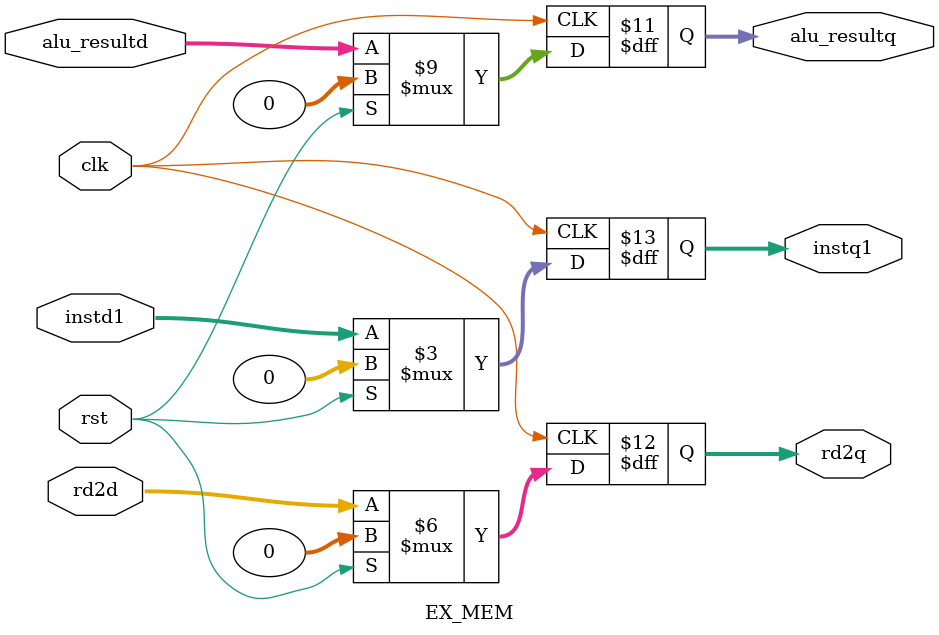
<source format=sv>
module EX_MEM (
    input  var logic        clk,
    input  var logic        rst,
    input  var logic [31:0] alu_resultd,
    input  var logic [31:0] rd2d,
    input  var logic [31:0] instd1,
    output var logic [31:0] alu_resultq,
    output var logic [31:0] rd2q,
    output var logic [31:0] instq1
);
    always_ff @(posedge clk) begin
        if (rst) begin 
            alu_resultq <= 32'b0;
            rd2q        <= 32'b0;
            instq1      <= 32'b0;
        end
        else begin
            alu_resultq <= alu_resultd;
            rd2q        <= rd2d;
            instq1      <= instd1;
        end
    end
endmodule
</source>
